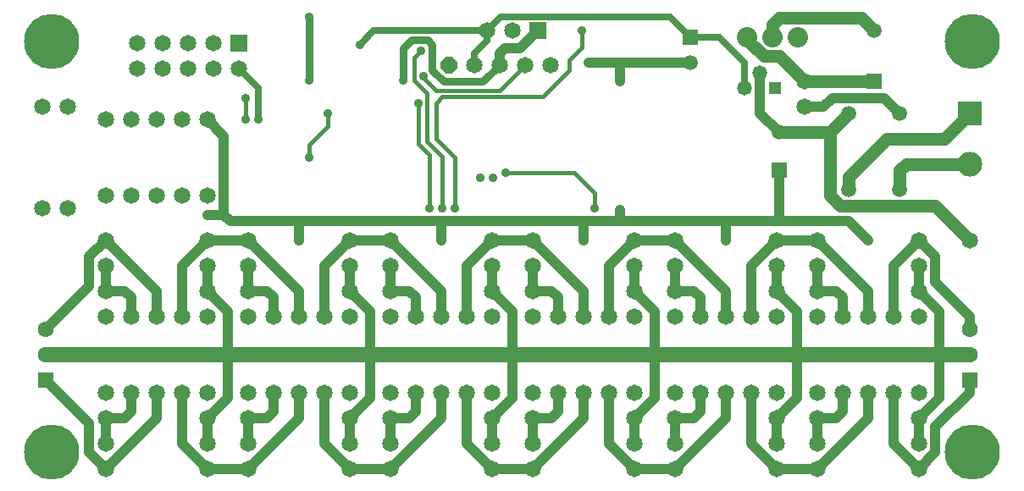
<source format=gbl>
%FSLAX23Y23*%
%MOIN*%
G70*
G01*
G75*
G04 Layer_Physical_Order=2*
G04 Layer_Color=16711680*
%ADD10R,0.050X0.035*%
%ADD11R,0.054X0.050*%
%ADD12R,0.050X0.054*%
%ADD13C,0.055*%
%ADD14R,0.025X0.070*%
%ADD15R,0.025X0.075*%
%ADD16C,0.015*%
%ADD17C,0.025*%
%ADD18C,0.030*%
%ADD19C,0.040*%
%ADD20C,0.010*%
%ADD21C,0.020*%
%ADD22C,0.050*%
%ADD23C,0.065*%
%ADD24C,0.063*%
%ADD25R,0.063X0.063*%
%ADD26C,0.035*%
%ADD27P,0.070X8X22.5*%
%ADD28R,0.059X0.059*%
%ADD29C,0.059*%
%ADD30C,0.080*%
%ADD31C,0.059*%
%ADD32R,0.065X0.065*%
%ADD33C,0.217*%
%ADD34C,0.098*%
%ADD35R,0.098X0.098*%
%ADD36R,0.050X0.050*%
%ADD37C,0.058*%
%ADD38C,0.058*%
%ADD39C,0.040*%
%ADD40C,0.060*%
D16*
X-275Y1015D02*
X120D01*
X-300Y990D02*
X-275Y1015D01*
X-385Y1080D02*
X-335Y1030D01*
X-385Y1080D02*
Y1170D01*
X-350Y1090D02*
X-300Y1040D01*
X-50D01*
X-385Y1170D02*
X-360Y1195D01*
X-300Y850D02*
Y990D01*
X225Y1120D02*
Y1160D01*
X120Y1015D02*
X225Y1120D01*
X-50Y1040D02*
X50Y1140D01*
X-335Y840D02*
Y1030D01*
X-1050Y925D02*
Y1010D01*
X225Y1160D02*
X275Y1210D01*
Y1275D01*
X-800Y775D02*
Y825D01*
X325Y575D02*
Y635D01*
X245Y715D02*
X325Y635D01*
X-25Y715D02*
X245D01*
X-725Y900D02*
Y950D01*
X-800Y825D02*
X-725Y900D01*
X-325Y575D02*
Y785D01*
X-370Y830D02*
X-325Y785D01*
X-370Y830D02*
Y990D01*
X-275Y575D02*
Y780D01*
X-335Y840D02*
X-275Y780D01*
X-225Y575D02*
Y775D01*
X-300Y850D02*
X-225Y775D01*
D17*
X-600Y1220D02*
X-545Y1275D01*
X-1075Y1125D02*
X-1000Y1050D01*
Y925D02*
Y1050D01*
X-545Y1275D02*
X-100D01*
Y1235D02*
Y1275D01*
X-45Y1330D01*
X-150Y1185D02*
X-100Y1235D01*
X-150Y1140D02*
Y1185D01*
X620Y1330D02*
X700Y1250D01*
X-45Y1330D02*
X620D01*
X700Y1250D02*
X815D01*
X915Y1050D02*
Y1150D01*
X815Y1250D02*
X915Y1150D01*
D18*
X-270Y1075D02*
X-115D01*
X-315Y1120D02*
Y1220D01*
X-397Y1238D02*
X-333D01*
X-430Y1080D02*
Y1205D01*
X-397Y1238D01*
X-333D02*
X-315Y1220D01*
Y1120D02*
X-270Y1075D01*
X-115D02*
X-50Y1140D01*
X-800Y1080D02*
Y1330D01*
D19*
X-30Y1205D02*
X30D01*
X-50Y1140D02*
Y1185D01*
X-30Y1205D01*
X30D02*
X100Y1275D01*
X300Y1150D02*
X700D01*
X425Y1075D02*
Y1150D01*
X1465Y1010D02*
X1525Y950D01*
X975D02*
X1050Y875D01*
X975Y950D02*
Y1110D01*
X1225Y975D02*
X1260Y1010D01*
X1150Y975D02*
X1225D01*
X1260Y1010D02*
X1465D01*
X1275Y-250D02*
X1300Y-225D01*
X1200Y-250D02*
X1275D01*
X1300Y-225D02*
Y-150D01*
X1200Y-350D02*
Y-250D01*
X940Y-350D02*
X1040Y-450D01*
X940Y-350D02*
Y-150D01*
X1040Y-350D02*
Y-250D01*
X480Y-350D02*
Y-250D01*
X380Y-350D02*
Y-150D01*
Y-350D02*
X480Y-450D01*
X640Y-350D02*
Y-250D01*
X740Y-225D02*
Y-150D01*
X640Y-250D02*
X715D01*
X740Y-225D01*
X-80Y-350D02*
Y-250D01*
X-180Y-350D02*
Y-150D01*
Y-350D02*
X-80Y-450D01*
X80Y-350D02*
Y-250D01*
X180Y-225D02*
Y-150D01*
X80Y-250D02*
X155D01*
X180Y-225D01*
X-640Y-350D02*
Y-250D01*
X-740Y-350D02*
Y-150D01*
Y-350D02*
X-640Y-450D01*
X-480Y-350D02*
Y-250D01*
X-380Y-225D02*
Y-150D01*
X-480Y-250D02*
X-405D01*
X-380Y-225D01*
X-1200Y-350D02*
Y-250D01*
X-1300Y-350D02*
Y-150D01*
Y-350D02*
X-1200Y-450D01*
X-1040Y-350D02*
Y-250D01*
X-940Y-225D02*
Y-150D01*
X-1040Y-250D02*
X-965D01*
X-940Y-225D01*
X-1600Y-350D02*
Y-250D01*
X-1500Y-225D02*
Y-150D01*
X-1600Y-250D02*
X-1525D01*
X-1500Y-225D01*
X1040Y250D02*
Y350D01*
X940Y150D02*
Y350D01*
X1040Y450D01*
X1200Y250D02*
Y350D01*
X1300Y150D02*
Y225D01*
X1200Y250D02*
X1275D01*
X1300Y225D01*
X480Y250D02*
Y350D01*
X380Y150D02*
Y350D01*
X480Y450D01*
X640Y250D02*
Y350D01*
X740Y150D02*
Y225D01*
X640Y250D02*
X715D01*
X740Y225D01*
X-80Y250D02*
Y350D01*
X-180Y150D02*
Y350D01*
X-80Y450D01*
X80Y250D02*
Y350D01*
X180Y150D02*
Y225D01*
X80Y250D02*
X155D01*
X180Y225D01*
X-640Y250D02*
Y350D01*
X-740Y150D02*
Y350D01*
X-640Y450D01*
X-480Y250D02*
Y350D01*
X-380Y150D02*
Y225D01*
X-480Y250D02*
X-405D01*
X-380Y225D01*
X-1200Y250D02*
Y350D01*
X-1300Y150D02*
Y350D01*
X-1200Y450D01*
X-1040Y250D02*
Y350D01*
X-940Y150D02*
Y225D01*
X-1040Y250D02*
X-965D01*
X-940Y225D01*
X-1600Y250D02*
Y350D01*
X-1500Y150D02*
Y225D01*
X-1600Y250D02*
X-1525D01*
X-1500Y225D01*
X1500Y-350D02*
Y-150D01*
Y-350D02*
X1600Y-450D01*
X1500Y150D02*
Y350D01*
X1600Y450D01*
X480Y-250D02*
X560Y-170D01*
X1040Y-250D02*
X1120Y-170D01*
X1600Y-250D02*
X1680Y-170D01*
X-80Y-250D02*
X0Y-170D01*
X-640Y-250D02*
X-560Y-170D01*
X-1200Y-250D02*
X-1120Y-170D01*
X-1200Y250D02*
X-1120Y170D01*
X-640Y250D02*
X-560Y170D01*
X-80Y250D02*
X0Y170D01*
X480Y250D02*
X560Y170D01*
X1040Y250D02*
X1120Y170D01*
X1600Y250D02*
X1680Y170D01*
X1600Y-350D02*
Y-250D01*
Y250D02*
Y350D01*
X1800Y-150D02*
Y-100D01*
X1665Y-385D02*
Y-285D01*
X1600Y-450D02*
X1665Y-385D01*
Y-285D02*
X1800Y-150D01*
X1665Y285D02*
X1800Y150D01*
X1600Y450D02*
X1665Y385D01*
Y285D02*
Y385D01*
X1800Y100D02*
Y150D01*
X-1665Y385D02*
X-1600Y450D01*
X-1665Y-385D02*
X-1600Y-450D01*
X-1835Y-100D02*
X-1665Y-270D01*
Y-385D02*
Y-270D01*
X-1835Y100D02*
X-1665Y270D01*
Y385D01*
X1200Y450D02*
X1400Y250D01*
X1040Y450D02*
X1200D01*
X1400Y150D02*
Y250D01*
X840Y150D02*
Y250D01*
X640Y450D02*
X840Y250D01*
X480Y450D02*
X640D01*
X280Y150D02*
Y250D01*
X80Y450D02*
X280Y250D01*
X-80Y450D02*
X80D01*
X-280Y150D02*
Y250D01*
X-480Y450D02*
X-280Y250D01*
X-640Y450D02*
X-480D01*
X-840Y150D02*
Y250D01*
X-1040Y450D02*
X-840Y250D01*
X-1200Y450D02*
X-1040D01*
X-840Y-250D02*
Y-150D01*
X-1200Y-450D02*
X-1040D01*
X-840Y-250D01*
X-280D02*
Y-150D01*
X-640Y-450D02*
X-480D01*
X-280Y-250D01*
X280D02*
Y-150D01*
X-80Y-450D02*
X80D01*
X280Y-250D01*
X840D02*
Y-150D01*
X480Y-450D02*
X640D01*
X840Y-250D01*
X1400D02*
Y-150D01*
X1040Y-450D02*
X1200D01*
X1400Y-250D01*
X-1400D02*
Y-150D01*
X-1600Y-450D02*
X-1400Y-250D01*
Y150D02*
Y250D01*
X-1600Y450D02*
X-1400Y250D01*
X1325Y525D02*
X1400Y450D01*
X-1120Y-170D02*
Y170D01*
X-560Y-170D02*
Y170D01*
X0Y-170D02*
Y170D01*
X560Y-170D02*
Y170D01*
X1120Y-170D02*
Y170D01*
X1680Y-170D02*
Y170D01*
X-1200Y925D02*
X-1135Y860D01*
X-1200Y550D02*
X-1135D01*
Y860D01*
Y550D02*
X-1110Y525D01*
X-840Y450D02*
Y525D01*
X280Y450D02*
Y525D01*
X-280Y450D02*
Y525D01*
X425D02*
Y570D01*
X840Y450D02*
Y525D01*
X1050D02*
Y725D01*
X-1110Y525D02*
X1325D01*
D22*
X1025Y1250D02*
Y1300D01*
X1375Y1325D02*
X1425Y1275D01*
X925Y1240D02*
Y1250D01*
Y1240D02*
X990Y1175D01*
X1050Y1325D02*
X1375D01*
X1025Y1300D02*
X1050Y1325D01*
X1325Y700D02*
X1475Y850D01*
X1325Y650D02*
Y700D01*
X1525Y650D02*
Y725D01*
X1700Y850D02*
X1800Y950D01*
X1475Y850D02*
X1700D01*
X1525Y725D02*
X1550Y750D01*
X1800D01*
X1150Y1075D02*
X1425D01*
X990Y1175D02*
X1050D01*
X1150Y1075D01*
X1250Y875D02*
X1325Y950D01*
X1050Y875D02*
X1250D01*
X1665Y585D02*
X1800Y450D01*
X1250Y625D02*
X1290Y585D01*
X1250Y625D02*
Y875D01*
X1290Y585D02*
X1665D01*
D23*
X-640Y-250D02*
D03*
X-1040D02*
D03*
X-1600Y-450D02*
D03*
X-1200D02*
D03*
X1500Y150D02*
D03*
X1600Y450D02*
D03*
X1500Y-150D02*
D03*
X-1300Y625D02*
D03*
Y925D02*
D03*
X-1200Y250D02*
D03*
X-640D02*
D03*
X-80D02*
D03*
X480D02*
D03*
X1040D02*
D03*
X1600D02*
D03*
X-1750Y975D02*
D03*
X-1200Y-250D02*
D03*
X-80D02*
D03*
X480D02*
D03*
X1040D02*
D03*
X1600D02*
D03*
X-1850Y975D02*
D03*
X-1400Y625D02*
D03*
Y925D02*
D03*
X-1500Y150D02*
D03*
X-1400D02*
D03*
Y-150D02*
D03*
X-1500D02*
D03*
X-940Y150D02*
D03*
X-840D02*
D03*
Y-150D02*
D03*
X-940D02*
D03*
X-380Y150D02*
D03*
X-280D02*
D03*
Y-150D02*
D03*
X-380D02*
D03*
X180Y150D02*
D03*
X280D02*
D03*
Y-150D02*
D03*
X180D02*
D03*
X1300Y150D02*
D03*
X1400D02*
D03*
Y-150D02*
D03*
X1300D02*
D03*
X-50Y1140D02*
D03*
X-150D02*
D03*
X50D02*
D03*
X150D02*
D03*
X1150Y1075D02*
D03*
Y975D02*
D03*
X-1750Y575D02*
D03*
X-1850D02*
D03*
X-1200Y625D02*
D03*
Y925D02*
D03*
X-1500D02*
D03*
X-1600D02*
D03*
Y625D02*
D03*
X-1500D02*
D03*
X-1200Y150D02*
D03*
Y-150D02*
D03*
X-1600Y150D02*
D03*
X-1300D02*
D03*
Y-150D02*
D03*
X-1600D02*
D03*
X480Y150D02*
D03*
Y-150D02*
D03*
X80D02*
D03*
X380D02*
D03*
Y150D02*
D03*
X80D02*
D03*
X1200Y-150D02*
D03*
X1600D02*
D03*
Y150D02*
D03*
X1200D02*
D03*
X-1600Y-250D02*
D03*
X-1040Y-450D02*
D03*
X-640D02*
D03*
X-480D02*
D03*
X-80D02*
D03*
X-480Y-250D02*
D03*
X80Y-450D02*
D03*
X480D02*
D03*
X80Y-250D02*
D03*
X640D02*
D03*
X1200D02*
D03*
Y250D02*
D03*
Y450D02*
D03*
X640Y250D02*
D03*
Y450D02*
D03*
X1040D02*
D03*
X80Y250D02*
D03*
Y450D02*
D03*
X480D02*
D03*
X-480Y250D02*
D03*
Y450D02*
D03*
X-80D02*
D03*
X-1040D02*
D03*
X-640D02*
D03*
X-1040Y250D02*
D03*
X-640Y150D02*
D03*
Y-150D02*
D03*
X-1040D02*
D03*
X-740D02*
D03*
Y150D02*
D03*
X-1040D02*
D03*
X-1600Y450D02*
D03*
X-1200D02*
D03*
X-1600Y250D02*
D03*
X-1175Y1225D02*
D03*
X-1275D02*
D03*
X-1175Y1125D02*
D03*
X-1075D02*
D03*
X-1275D02*
D03*
X-1375Y1225D02*
D03*
Y1125D02*
D03*
X-1475Y1225D02*
D03*
Y1125D02*
D03*
X0Y1275D02*
D03*
X-100D02*
D03*
X-480Y-150D02*
D03*
X-180D02*
D03*
Y150D02*
D03*
X-480D02*
D03*
X-80Y-150D02*
D03*
Y150D02*
D03*
X640Y-150D02*
D03*
X940D02*
D03*
Y150D02*
D03*
X640D02*
D03*
X1040Y-150D02*
D03*
Y150D02*
D03*
X740Y-150D02*
D03*
X840D02*
D03*
Y150D02*
D03*
X740D02*
D03*
X1040Y-450D02*
D03*
X640D02*
D03*
X1200D02*
D03*
X1600D02*
D03*
X1800Y450D02*
D03*
X1200Y-350D02*
D03*
X1600D02*
D03*
X640D02*
D03*
X1040D02*
D03*
X80D02*
D03*
X480D02*
D03*
X-480D02*
D03*
X-80D02*
D03*
X-1040D02*
D03*
X-640D02*
D03*
X-1600D02*
D03*
X-1200D02*
D03*
X-1600Y350D02*
D03*
X-1200D02*
D03*
X-1040D02*
D03*
X-640D02*
D03*
X-480D02*
D03*
X-80D02*
D03*
X80D02*
D03*
X480D02*
D03*
X640D02*
D03*
X1040D02*
D03*
X1200D02*
D03*
X1600D02*
D03*
D24*
X-1835Y100D02*
D03*
Y0D02*
D03*
X1800Y100D02*
D03*
Y0D02*
D03*
D25*
X-1835Y-100D02*
D03*
X1800D02*
D03*
D26*
X-125Y695D02*
D03*
X-75D02*
D03*
X-800Y1080D02*
D03*
Y1330D02*
D03*
X-600Y1220D02*
D03*
X-1000Y925D02*
D03*
X-430Y1080D02*
D03*
X425Y1075D02*
D03*
X-1050Y1010D02*
D03*
Y925D02*
D03*
X275Y1275D02*
D03*
X-725Y950D02*
D03*
X-325Y575D02*
D03*
X-350Y1095D02*
D03*
X-370Y990D02*
D03*
X300Y1150D02*
D03*
X-25Y715D02*
D03*
X325Y575D02*
D03*
X-275D02*
D03*
X-225D02*
D03*
X-800Y775D02*
D03*
X-360Y1195D02*
D03*
D27*
X-250Y1140D02*
D03*
D28*
X1050Y725D02*
D03*
X700Y1250D02*
D03*
X1425Y1075D02*
D03*
D29*
X1050Y875D02*
D03*
X700Y1150D02*
D03*
X1425Y1275D02*
D03*
D30*
X1125Y1250D02*
D03*
X1025D02*
D03*
X925D02*
D03*
D31*
X1325Y650D02*
D03*
X1525D02*
D03*
Y950D02*
D03*
X1325D02*
D03*
D32*
X-1075Y1225D02*
D03*
X100Y1275D02*
D03*
D33*
X1811Y-383D02*
D03*
Y1231D02*
D03*
X-1811D02*
D03*
Y-383D02*
D03*
D34*
X1800Y750D02*
D03*
D35*
Y950D02*
D03*
D36*
X1035Y1050D02*
D03*
D37*
X975Y1110D02*
D03*
D38*
X915Y1050D02*
D03*
D39*
X-840Y450D02*
D03*
X-280D02*
D03*
X280D02*
D03*
X840D02*
D03*
X1400D02*
D03*
X-1200Y550D02*
D03*
X425Y570D02*
D03*
D40*
X-1835Y0D02*
X1800D01*
M02*

</source>
